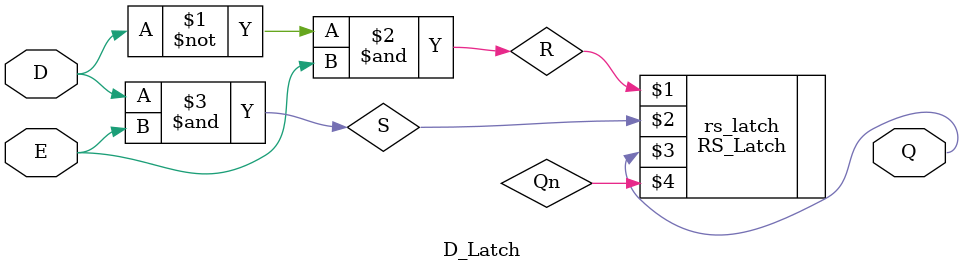
<source format=v>
`timescale 1ns / 1ps
module D_Latch(
    input D,
    input E,
    output Q
    );

wire R;
wire S;
wire Qn;

assign R = ~D & E;
assign S = D & E;
RS_Latch rs_latch(R, S, Q, Qn);

endmodule

</source>
